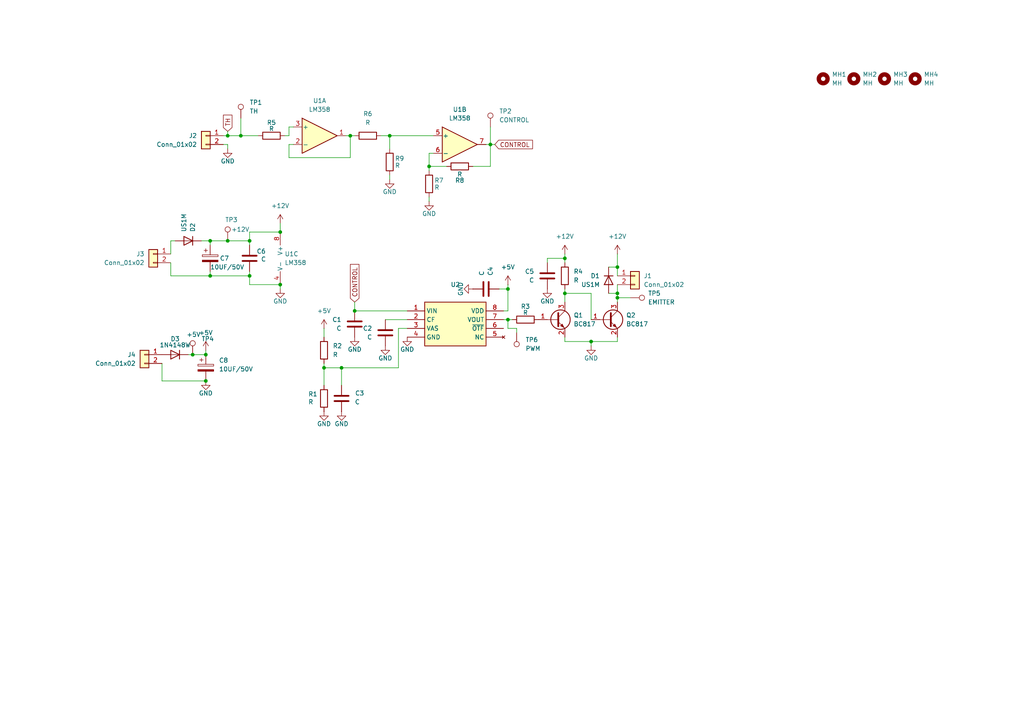
<source format=kicad_sch>
(kicad_sch (version 20250114) (generator "eeschema") (generator_version "9.0")
  (paper "A4")
  (lib_symbols
    (symbol "Amplifier_Operational:LM358" (pin_names (offset 0.127))
      (property "Reference" "U" (at 0 5.08 0))
      (property "Value" "LM358" (at 0 -5.08 0))
      (symbol "LM358_1_1"
        (polyline (pts (xy -5.08 5.08) (xy 5.08 0) (xy -5.08 -5.08) (xy -5.08 5.08)) (stroke (width 0.254)) (fill (type background)))
        (pin input line (at -7.62 2.54 0) (length 2.54) (name "+") (number "3"))
        (pin input line (at -7.62 -2.54 0) (length 2.54) (name "-") (number "2"))
        (pin output line (at 7.62 0 180) (length 2.54) (name "~") (number "1"))
      )
      (symbol "LM358_2_1"
        (polyline (pts (xy -5.08 5.08) (xy 5.08 0) (xy -5.08 -5.08) (xy -5.08 5.08)) (stroke (width 0.254)) (fill (type background)))
        (pin input line (at -7.62 2.54 0) (length 2.54) (name "+") (number "5"))
        (pin input line (at -7.62 -2.54 0) (length 2.54) (name "-") (number "6"))
        (pin output line (at 7.62 0 180) (length 2.54) (name "~") (number "7"))
      )
      (symbol "LM358_3_1"
        (pin power_in line (at -2.54 7.62 270) (length 3.81) (name "V+") (number "8"))
        (pin power_in line (at -2.54 -7.62 90) (length 3.81) (name "V-") (number "4"))
      )
    )
    (symbol "Connector:TestPoint" (pin_numbers (hide yes)) (pin_names (offset 0.762) (hide yes))
      (property "Reference" "TP" (at 0 6.858 0))
      (property "Value" "TestPoint" (at 0 5.08 0))
      (symbol "TestPoint_0_1"
        (circle (center 0 3.302) (radius 0.762))
      )
      (symbol "TestPoint_1_1"
        (pin passive line (at 0 0 90) (length 2.54) (name "1") (number "1"))
      )
    )
    (symbol "Connector_Generic:Conn_01x02" (pin_names (offset 1.016) (hide yes))
      (property "Reference" "J" (at 0 2.54 0))
      (property "Value" "Conn_01x02" (at 0 -5.08 0))
      (symbol "Conn_01x02_1_1"
        (rectangle (start -1.27 1.27) (end 1.27 -3.81) (stroke (width 0.254)) (fill (type background)))
        (rectangle (start -1.27 0.127) (end 0 -0.127) (stroke (width 0.1524)))
        (rectangle (start -1.27 -2.413) (end 0 -2.667) (stroke (width 0.1524)))
        (pin passive line (at -5.08 0 0) (length 3.81) (name "Pin_1") (number "1"))
        (pin passive line (at -5.08 -2.54 0) (length 3.81) (name "Pin_2") (number "2"))
      )
    )
    (symbol "Device:C" (pin_numbers (hide yes)) (pin_names (offset 0.254))
      (property "Reference" "C" (at 0.635 2.54 0))
      (property "Value" "C" (at 0.635 -2.54 0))
      (symbol "C_0_1"
        (polyline (pts (xy -2.032 0.762) (xy 2.032 0.762)) (stroke (width 0.508)))
        (polyline (pts (xy -2.032 -0.762) (xy 2.032 -0.762)) (stroke (width 0.508)))
      )
      (symbol "C_1_1"
        (pin passive line (at 0 3.81 270) (length 2.794) (name "~") (number "1"))
        (pin passive line (at 0 -3.81 90) (length 2.794) (name "~") (number "2"))
      )
    )
    (symbol "Device:C_Polarized" (pin_numbers (hide yes)) (pin_names (offset 0.254))
      (property "Reference" "C" (at 0.635 2.54 0))
      (property "Value" "C_Polarized" (at 0.635 -2.54 0))
      (symbol "C_Polarized_0_1"
        (rectangle (start -2.286 0.508) (end 2.286 1.016))
        (polyline (pts (xy -1.778 2.286) (xy -0.762 2.286)))
        (polyline (pts (xy -1.27 2.794) (xy -1.27 1.778)))
        (rectangle (start 2.286 -0.508) (end -2.286 -1.016) (fill (type outline)))
      )
      (symbol "C_Polarized_1_1"
        (pin passive line (at 0 3.81 270) (length 2.794) (name "~") (number "1"))
        (pin passive line (at 0 -3.81 90) (length 2.794) (name "~") (number "2"))
      )
    )
    (symbol "Device:R" (pin_numbers (hide yes)) (pin_names (offset 0))
      (property "Reference" "R" (at 2.032 0 90))
      (property "Value" "R" (at 0 0 90))
      (symbol "R_0_1"
        (rectangle (start -1.016 -2.54) (end 1.016 2.54) (stroke (width 0.254)))
      )
      (symbol "R_1_1"
        (pin passive line (at 0 3.81 270) (length 1.27) (name "~") (number "1"))
        (pin passive line (at 0 -3.81 90) (length 1.27) (name "~") (number "2"))
      )
    )
    (symbol "Diode:1N4148W" (pin_numbers (hide yes)) (pin_names (hide yes))
      (property "Reference" "D" (at 0 2.54 0))
      (property "Value" "1N4148W" (at 0 -2.54 0))
      (symbol "1N4148W_0_1"
        (polyline (pts (xy -1.27 1.27) (xy -1.27 -1.27)) (stroke (width 0.254)))
        (polyline (pts (xy 1.27 1.27) (xy 1.27 -1.27) (xy -1.27 0) (xy 1.27 1.27)) (stroke (width 0.254)))
        (polyline (pts (xy 1.27 0) (xy -1.27 0)))
      )
      (symbol "1N4148W_1_1"
        (pin passive line (at -3.81 0 0) (length 2.54) (name "K") (number "1"))
        (pin passive line (at 3.81 0 180) (length 2.54) (name "A") (number "2"))
      )
    )
    (symbol "Diode:US1M" (pin_numbers (hide yes)) (pin_names (hide yes))
      (property "Reference" "D" (at 0 2.54 0))
      (property "Value" "US1M" (at 0 -2.54 0))
      (symbol "US1M_0_1"
        (polyline (pts (xy -1.27 1.27) (xy -1.27 -1.27)) (stroke (width 0.254)))
        (polyline (pts (xy 1.27 1.27) (xy 1.27 -1.27) (xy -1.27 0) (xy 1.27 1.27)) (stroke (width 0.254)))
        (polyline (pts (xy 1.27 0) (xy -1.27 0)))
      )
      (symbol "US1M_1_1"
        (pin passive line (at -3.81 0 0) (length 2.54) (name "K") (number "1"))
        (pin passive line (at 3.81 0 180) (length 2.54) (name "A") (number "2"))
      )
    )
    (symbol "Mechanical:MountingHole" (pin_names (offset 1.016)) (in_bom no)
      (property "Reference" "H" (at 0 5.08 0))
      (property "Value" "MountingHole" (at 0 3.175 0))
      (symbol "MountingHole_0_1"
        (circle (center 0 0) (radius 1.27) (stroke (width 1.27)))
      )
    )
    (symbol "RUPESH:TC648BEOA"
      (property "Reference" "IC" (at 24.13 7.62 0))
      (property "Value" "TC648BEOA" (at 24.13 5.08 0))
      (symbol "TC648BEOA_1_1"
        (rectangle (start 5.08 2.54) (end 22.86 -10.16) (stroke (width 0.254)) (fill (type background)))
        (pin passive line (at 0 0 0) (length 5.08) (name "VIN") (number "1"))
        (pin passive line (at 0 -2.54 0) (length 5.08) (name "CF") (number "2"))
        (pin passive line (at 0 -5.08 0) (length 5.08) (name "VAS") (number "3"))
        (pin passive line (at 0 -7.62 0) (length 5.08) (name "GND") (number "4"))
        (pin passive line (at 27.94 0 180) (length 5.08) (name "VDD") (number "8"))
        (pin passive line (at 27.94 -2.54 180) (length 5.08) (name "VOUT") (number "7"))
        (pin passive line (at 27.94 -5.08 180) (length 5.08) (name "~{OTF}") (number "6"))
        (pin no_connect line (at 27.94 -7.62 180) (length 5.08) (name "NC") (number "5"))
      )
    )
    (symbol "Transistor_BJT:BC817" (pin_names (offset 0) (hide yes))
      (property "Reference" "Q" (at 5.08 1.905 0))
      (property "Value" "BC817" (at 5.08 0 0))
      (symbol "BC817_0_1"
        (polyline (pts (xy -2.54 0) (xy 0.635 0)))
        (polyline (pts (xy 0.635 1.905) (xy 0.635 -1.905)) (stroke (width 0.508)))
        (circle (center 1.27 0) (radius 2.8194) (stroke (width 0.254)))
      )
      (symbol "BC817_1_1"
        (polyline (pts (xy 0.635 0.635) (xy 2.54 2.54)))
        (polyline (pts (xy 0.635 -0.635) (xy 2.54 -2.54)))
        (polyline (pts (xy 1.27 -1.778) (xy 1.778 -1.27) (xy 2.286 -2.286) (xy 1.27 -1.778)) (fill (type outline)))
        (pin input line (at -5.08 0 0) (length 2.54) (name "B") (number "1"))
        (pin passive line (at 2.54 5.08 270) (length 2.54) (name "C") (number "3"))
        (pin passive line (at 2.54 -5.08 90) (length 2.54) (name "E") (number "2"))
      )
    )
    (symbol "power:+12V" (power) (pin_numbers (hide yes)) (pin_names (offset 0) (hide yes))
      (property "Value" "+12V" (at 0 3.556 0))
      (symbol "+12V_0_1"
        (polyline (pts (xy -0.762 1.27) (xy 0 2.54)))
        (polyline (pts (xy 0 2.54) (xy 0.762 1.27)))
        (polyline (pts (xy 0 0) (xy 0 2.54)))
      )
      (symbol "+12V_1_1"
        (pin power_in line (at 0 0 90) (length 0) (name "~") (number "1"))
      )
    )
    (symbol "power:+5V" (power) (pin_numbers (hide yes)) (pin_names (offset 0) (hide yes))
      (property "Value" "+5V" (at 0 3.556 0))
      (symbol "+5V_0_1"
        (polyline (pts (xy -0.762 1.27) (xy 0 2.54)))
        (polyline (pts (xy 0 2.54) (xy 0.762 1.27)))
        (polyline (pts (xy 0 0) (xy 0 2.54)))
      )
      (symbol "+5V_1_1"
        (pin power_in line (at 0 0 90) (length 0) (name "~") (number "1"))
      )
    )
    (symbol "power:GND" (power) (pin_numbers (hide yes)) (pin_names (offset 0) (hide yes))
      (property "Value" "GND" (at 0 -3.81 0))
      (symbol "GND_0_1"
        (polyline (pts (xy 0 0) (xy 0 -1.27) (xy 1.27 -1.27) (xy 0 -2.54) (xy -1.27 -1.27) (xy 0 -1.27)))
      )
      (symbol "GND_1_1"
        (pin power_in line (at 0 0 270) (length 0) (name "~") (number "1"))
      )
    )
  )
  (junction (at 171.45 99.06))
  (junction (at 59.69 102.87))
  (junction (at 113.03 39.37))
  (junction (at 81.28 67.31))
  (junction (at 72.39 69.85))
  (junction (at 72.39 80.01))
  (junction (at 66.04 39.37))
  (junction (at 142.24 41.91))
  (junction (at 163.83 85.09))
  (junction (at 147.32 92.71))
  (junction (at 81.28 82.55))
  (junction (at 179.07 86.36))
  (junction (at 179.07 85.09))
  (junction (at 179.07 77.47))
  (junction (at 60.96 80.01))
  (junction (at 60.96 69.85))
  (junction (at 69.85 39.37))
  (junction (at 147.32 83.82))
  (junction (at 163.83 74.93))
  (junction (at 101.6 39.37))
  (junction (at 93.98 106.68))
  (junction (at 55.88 102.87))
  (junction (at 99.06 106.68))
  (junction (at 66.04 69.85))
  (junction (at 59.69 110.49))
  (junction (at 124.46 48.26))
  (junction (at 102.87 90.17))
  (wire (pts (xy 46.99 105.41) (xy 46.99 110.49)))
  (wire (pts (xy 179.07 77.47) (xy 179.07 80.01)))
  (wire (pts (xy 99.06 106.68) (xy 93.98 106.68)))
  (wire (pts (xy 115.57 95.25) (xy 115.57 106.68)))
  (wire (pts (xy 149.86 96.52) (xy 149.86 95.25)))
  (wire (pts (xy 66.04 41.91) (xy 64.77 41.91)))
  (wire (pts (xy 176.53 85.09) (xy 179.07 85.09)))
  (wire (pts (xy 66.04 43.18) (xy 66.04 41.91)))
  (wire (pts (xy 179.07 86.36) (xy 179.07 87.63)))
  (wire (pts (xy 60.96 69.85) (xy 58.42 69.85)))
  (wire (pts (xy 158.75 74.93) (xy 158.75 76.2)))
  (wire (pts (xy 49.53 76.2) (xy 49.53 80.01)))
  (wire (pts (xy 147.32 82.55) (xy 147.32 83.82)))
  (wire (pts (xy 148.59 92.71) (xy 147.32 92.71)))
  (wire (pts (xy 85.09 41.91) (xy 83.82 41.91)))
  (wire (pts (xy 72.39 71.12) (xy 72.39 69.85)))
  (wire (pts (xy 144.78 83.82) (xy 147.32 83.82)))
  (wire (pts (xy 171.45 99.06) (xy 163.83 99.06)))
  (wire (pts (xy 60.96 71.12) (xy 60.96 69.85)))
  (wire (pts (xy 101.6 45.72) (xy 101.6 39.37)))
  (wire (pts (xy 124.46 48.26) (xy 124.46 49.53)))
  (wire (pts (xy 113.03 43.18) (xy 113.03 39.37)))
  (wire (pts (xy 64.77 39.37) (xy 66.04 39.37)))
  (wire (pts (xy 124.46 44.45) (xy 125.73 44.45)))
  (wire (pts (xy 163.83 73.66) (xy 163.83 74.93)))
  (wire (pts (xy 142.24 41.91) (xy 140.97 41.91)))
  (wire (pts (xy 93.98 106.68) (xy 93.98 111.76)))
  (wire (pts (xy 66.04 39.37) (xy 69.85 39.37)))
  (wire (pts (xy 69.85 34.29) (xy 69.85 39.37)))
  (wire (pts (xy 102.87 90.17) (xy 118.11 90.17)))
  (wire (pts (xy 129.54 48.26) (xy 124.46 48.26)))
  (wire (pts (xy 49.53 73.66) (xy 49.53 69.85)))
  (wire (pts (xy 124.46 58.42) (xy 124.46 57.15)))
  (wire (pts (xy 147.32 92.71) (xy 146.05 92.71)))
  (wire (pts (xy 179.07 82.55) (xy 179.07 85.09)))
  (wire (pts (xy 142.24 48.26) (xy 142.24 41.91)))
  (wire (pts (xy 182.88 86.36) (xy 179.07 86.36)))
  (wire (pts (xy 72.39 78.74) (xy 72.39 80.01)))
  (wire (pts (xy 147.32 92.71) (xy 147.32 95.25)))
  (wire (pts (xy 149.86 95.25) (xy 147.32 95.25)))
  (wire (pts (xy 83.82 45.72) (xy 101.6 45.72)))
  (wire (pts (xy 83.82 36.83) (xy 85.09 36.83)))
  (wire (pts (xy 72.39 67.31) (xy 81.28 67.31)))
  (wire (pts (xy 171.45 85.09) (xy 163.83 85.09)))
  (wire (pts (xy 163.83 74.93) (xy 163.83 76.2)))
  (wire (pts (xy 179.07 99.06) (xy 179.07 97.79)))
  (wire (pts (xy 147.32 90.17) (xy 146.05 90.17)))
  (wire (pts (xy 142.24 36.83) (xy 142.24 41.91)))
  (wire (pts (xy 83.82 41.91) (xy 83.82 45.72)))
  (wire (pts (xy 102.87 87.63) (xy 102.87 90.17)))
  (wire (pts (xy 99.06 111.76) (xy 99.06 106.68)))
  (wire (pts (xy 60.96 80.01) (xy 72.39 80.01)))
  (wire (pts (xy 171.45 100.33) (xy 171.45 99.06)))
  (wire (pts (xy 163.83 83.82) (xy 163.83 85.09)))
  (wire (pts (xy 60.96 69.85) (xy 66.04 69.85)))
  (wire (pts (xy 179.07 99.06) (xy 171.45 99.06)))
  (wire (pts (xy 60.96 78.74) (xy 60.96 80.01)))
  (wire (pts (xy 111.76 92.71) (xy 118.11 92.71)))
  (wire (pts (xy 66.04 38.1) (xy 66.04 39.37)))
  (wire (pts (xy 83.82 39.37) (xy 83.82 36.83)))
  (wire (pts (xy 137.16 48.26) (xy 142.24 48.26)))
  (wire (pts (xy 158.75 74.93) (xy 163.83 74.93)))
  (wire (pts (xy 176.53 77.47) (xy 179.07 77.47)))
  (wire (pts (xy 59.69 102.87) (xy 55.88 102.87)))
  (wire (pts (xy 72.39 82.55) (xy 72.39 80.01)))
  (wire (pts (xy 72.39 67.31) (xy 72.39 69.85)))
  (wire (pts (xy 179.07 73.66) (xy 179.07 77.47)))
  (wire (pts (xy 49.53 69.85) (xy 50.8 69.85)))
  (wire (pts (xy 143.51 41.91) (xy 142.24 41.91)))
  (wire (pts (xy 179.07 85.09) (xy 179.07 86.36)))
  (wire (pts (xy 49.53 80.01) (xy 60.96 80.01)))
  (wire (pts (xy 115.57 106.68) (xy 99.06 106.68)))
  (wire (pts (xy 113.03 39.37) (xy 125.73 39.37)))
  (wire (pts (xy 101.6 39.37) (xy 100.33 39.37)))
  (wire (pts (xy 55.88 102.87) (xy 54.61 102.87)))
  (wire (pts (xy 102.87 39.37) (xy 101.6 39.37)))
  (wire (pts (xy 81.28 83.82) (xy 81.28 82.55)))
  (wire (pts (xy 81.28 64.77) (xy 81.28 67.31)))
  (wire (pts (xy 93.98 105.41) (xy 93.98 106.68)))
  (wire (pts (xy 147.32 83.82) (xy 147.32 90.17)))
  (wire (pts (xy 124.46 48.26) (xy 124.46 44.45)))
  (wire (pts (xy 163.83 99.06) (xy 163.83 97.79)))
  (wire (pts (xy 59.69 101.6) (xy 59.69 102.87)))
  (wire (pts (xy 46.99 110.49) (xy 59.69 110.49)))
  (wire (pts (xy 118.11 95.25) (xy 115.57 95.25)))
  (wire (pts (xy 66.04 69.85) (xy 72.39 69.85)))
  (wire (pts (xy 72.39 82.55) (xy 81.28 82.55)))
  (wire (pts (xy 93.98 95.25) (xy 93.98 97.79)))
  (wire (pts (xy 82.55 39.37) (xy 83.82 39.37)))
  (wire (pts (xy 163.83 85.09) (xy 163.83 87.63)))
  (wire (pts (xy 171.45 92.71) (xy 171.45 85.09)))
  (wire (pts (xy 113.03 52.07) (xy 113.03 50.8)))
  (wire (pts (xy 69.85 39.37) (xy 74.93 39.37)))
  (wire (pts (xy 110.49 39.37) (xy 113.03 39.37)))
  (global_label "CONTROL" (shape input) (at 143.51 41.91 0) (property "Intersheetrefs" "${INTERSHEET_REFS}" (effects (hide yes))))
  (global_label "TH" (shape input) (at 66.04 38.1 90) (property "Intersheetrefs" "${INTERSHEET_REFS}" (effects (hide yes))))
  (global_label "CONTROL" (shape input) (at 102.87 87.63 90) (property "Intersheetrefs" "${INTERSHEET_REFS}" (effects (hide yes))))
  (symbol (lib_id "power:GND") (at 59.69 110.49 0) (mirror y) (unit 1)
    (property "Reference" "#PWR017" (effects (hide yes)))
    (property "Value" "GND" (at 59.69 114.046 0))
    (property "Description" "Power symbol creates a global label with name \"GND\" , ground" (effects (hide yes)))
  )
  (symbol (lib_id "Amplifier_Operational:LM358") (at 133.35 41.91 0) (unit 2)
    (property "Reference" "U1" (at 133.35 31.75 0))
    (property "Value" "LM358" (at 133.35 34.29 0))
    (property "Footprint" "Package_SO:SOIC-8_3.9x4.9mm_P1.27mm" (effects (hide yes)))
    (property "Datasheet" "http://www.ti.com/lit/ds/symlink/lm2904-n.pdf" (effects (hide yes)))
    (property "Description" "Low-Power, Dual Operational Amplifiers, DIP-8/SOIC-8/TO-99-8" (effects (hide yes)))
  )
  (symbol (lib_id "Connector:TestPoint") (at 142.24 36.83 0) (unit 1)
    (property "Reference" "TP2" (at 144.78 32.2579 0) (effects (justify left)))
    (property "Value" "CONTROL" (at 144.78 34.7979 0) (effects (justify left)))
    (property "Footprint" "TestPoint:TestPoint_Pad_D3.0mm" (effects (hide yes)))
    (property "Description" "test point" (effects (hide yes)))
  )
  (symbol (lib_id "Mechanical:MountingHole") (at 265.43 22.86 0) (unit 1)
    (property "Reference" "MH4" (at 267.97 21.5899 0) (effects (justify left)))
    (property "Value" "MH" (at 267.97 24.1299 0) (effects (justify left)))
    (property "Footprint" "MountingHole:MountingHole_3.5mm_Pad_Via" (effects (hide yes)))
    (property "Description" "Mounting Hole without connection" (effects (hide yes)))
  )
  (symbol (lib_id "Mechanical:MountingHole") (at 247.65 22.86 0) (unit 1)
    (property "Reference" "MH2" (at 250.19 21.5899 0) (effects (justify left)))
    (property "Value" "MH" (at 250.19 24.1299 0) (effects (justify left)))
    (property "Footprint" "MountingHole:MountingHole_3.5mm_Pad_Via" (effects (hide yes)))
    (property "Description" "Mounting Hole without connection" (effects (hide yes)))
  )
  (symbol (lib_id "Connector:TestPoint") (at 182.88 86.36 270) (unit 1)
    (property "Reference" "TP5" (at 187.96 85.0899 90) (effects (justify left)))
    (property "Value" "EMITTER" (at 187.96 87.6299 90) (effects (justify left)))
    (property "Footprint" "TestPoint:TestPoint_Pad_D3.0mm" (effects (hide yes)))
    (property "Description" "test point" (effects (hide yes)))
  )
  (symbol (lib_id "Device:C") (at 99.06 115.57 0) (mirror y) (unit 1)
    (property "Reference" "C3" (at 105.664 114.046 0) (effects (justify left)))
    (property "Value" "C" (at 104.394 116.586 0) (effects (justify left)))
    (property "Footprint" "Capacitor_SMD:C_0603_1608Metric_Pad1.08x0.95mm_HandSolder" (effects (hide yes)))
    (property "Description" "Unpolarized capacitor" (effects (hide yes)))
  )
  (symbol (lib_id "Device:R") (at 78.74 39.37 90) (unit 1)
    (property "Reference" "R5" (at 78.74 35.56 90))
    (property "Value" "R" (at 78.74 37.338 90))
    (property "Footprint" "Resistor_SMD:R_0603_1608Metric_Pad0.98x0.95mm_HandSolder" (effects (hide yes)))
    (property "Description" "Resistor" (effects (hide yes)))
  )
  (symbol (lib_id "Connector_Generic:Conn_01x02") (at 184.15 80.01 0) (unit 1)
    (property "Reference" "J1" (at 186.69 80.0099 0) (effects (justify left)))
    (property "Value" "Conn_01x02" (at 186.69 82.5499 0) (effects (justify left)))
    (property "Footprint" "Connector_Molex:Molex_KK-254_AE-6410-02A_1x02_P2.54mm_Vertical" (effects (hide yes)))
    (property "Description" "Generic connector, single row, 01x02, script generated (kicad-library-utils/schlib/autogen/connector/)" (effects (hide yes)))
  )
  (symbol (lib_id "power:GND") (at 137.16 83.82 270) (mirror x) (unit 1)
    (property "Reference" "#PWR011" (effects (hide yes)))
    (property "Value" "GND" (at 133.604 83.82 0))
    (property "Description" "Power symbol creates a global label with name \"GND\" , ground" (effects (hide yes)))
  )
  (symbol (lib_id "Transistor_BJT:BC817") (at 161.29 92.71 0) (unit 1)
    (property "Reference" "Q1" (at 166.37 91.4399 0) (effects (justify left)))
    (property "Value" "BC817" (at 166.37 93.9799 0) (effects (justify left)))
    (property "Footprint" "Package_TO_SOT_SMD:SOT-23" (effects (hide yes)))
    (property "Datasheet" "https://www.onsemi.com/pub/Collateral/BC818-D.pdf" (effects (hide yes)))
    (property "Description" "0.8A Ic, 45V Vce, NPN Transistor, SOT-23" (effects (hide yes)))
  )
  (symbol (lib_id "Diode:1N4148W") (at 50.8 102.87 180) (unit 1)
    (property "Reference" "D3" (at 50.8 98.298 0))
    (property "Value" "1N4148W" (at 50.8 100.076 0))
    (property "Footprint" "Diode_SMD:D_SOD-123" (effects (hide yes)))
    (property "Datasheet" "https://www.vishay.com/docs/85748/1n4148w.pdf" (effects (hide yes)))
    (property "Description" "75V 0.15A Fast Switching Diode, SOD-123" (effects (hide yes)))
    (property "Sim.Device" "D" (effects (hide yes)))
    (property "Sim.Pins" "1=K 2=A" (effects (hide yes)))
  )
  (symbol (lib_id "Diode:US1M") (at 176.53 81.28 90) (mirror x) (unit 1)
    (property "Reference" "D1" (at 173.99 80.0099 90) (effects (justify left)))
    (property "Value" "US1M" (at 173.99 82.5499 90) (effects (justify left)))
    (property "Footprint" "Diode_SMD:D_SMA" (effects (hide yes)))
    (property "Datasheet" "https://www.diodes.com/assets/Datasheets/ds16008.pdf" (effects (hide yes)))
    (property "Description" "1000V, 1A, General Purpose Rectifier Diode, SMA(DO-214AC)" (effects (hide yes)))
    (property "Sim.Device" "D" (effects (hide yes)))
    (property "Sim.Pins" "1=K 2=A" (effects (hide yes)))
  )
  (symbol (lib_id "power:+5V") (at 147.32 82.55 0) (mirror y) (unit 1)
    (property "Reference" "#PWR06" (effects (hide yes)))
    (property "Value" "+5V" (at 147.32 77.47 0))
    (property "Description" "Power symbol creates a global label with name \"+5V\"" (effects (hide yes)))
  )
  (symbol (lib_id "power:+12V") (at 179.07 73.66 0) (unit 1)
    (property "Reference" "#PWR08" (effects (hide yes)))
    (property "Value" "+12V" (at 179.07 68.58 0))
    (property "Description" "Power symbol creates a global label with name \"+12V\"" (effects (hide yes)))
  )
  (symbol (lib_id "Connector:TestPoint") (at 69.85 34.29 0) (unit 1)
    (property "Reference" "TP1" (at 72.39 29.7179 0) (effects (justify left)))
    (property "Value" "TH" (at 72.39 32.2579 0) (effects (justify left)))
    (property "Footprint" "TestPoint:TestPoint_Pad_D3.0mm" (effects (hide yes)))
    (property "Description" "test point" (effects (hide yes)))
  )
  (symbol (lib_id "power:GND") (at 93.98 119.38 0) (mirror y) (unit 1)
    (property "Reference" "#PWR02" (effects (hide yes)))
    (property "Value" "GND" (at 93.98 122.936 0))
    (property "Description" "Power symbol creates a global label with name \"GND\" , ground" (effects (hide yes)))
  )
  (symbol (lib_id "Device:C") (at 158.75 80.01 0) (mirror y) (unit 1)
    (property "Reference" "C5" (at 154.94 78.7399 0) (effects (justify left)))
    (property "Value" "C" (at 154.94 81.2799 0) (effects (justify left)))
    (property "Footprint" "Capacitor_SMD:C_0603_1608Metric_Pad1.08x0.95mm_HandSolder" (effects (hide yes)))
    (property "Description" "Unpolarized capacitor" (effects (hide yes)))
  )
  (symbol (lib_id "Device:C_Polarized") (at 60.96 74.93 0) (unit 1)
    (property "Reference" "C7" (at 63.754 74.93 0) (effects (justify left)))
    (property "Value" "10UF/50V" (at 60.96 77.47 0) (effects (justify left)))
    (property "Footprint" "Capacitor_THT:CP_Radial_D5.0mm_P2.00mm" (effects (hide yes)))
    (property "Description" "Polarized capacitor" (effects (hide yes)))
  )
  (symbol (lib_id "Device:R") (at 163.83 80.01 180) (unit 1)
    (property "Reference" "R4" (at 166.37 78.7399 0) (effects (justify right)))
    (property "Value" "R" (at 166.37 81.2799 0) (effects (justify right)))
    (property "Footprint" "Resistor_SMD:R_0603_1608Metric_Pad0.98x0.95mm_HandSolder" (effects (hide yes)))
    (property "Description" "Resistor" (effects (hide yes)))
  )
  (symbol (lib_id "power:GND") (at 111.76 100.33 0) (mirror y) (unit 1)
    (property "Reference" "#PWR03" (effects (hide yes)))
    (property "Value" "GND" (at 111.76 103.886 0))
    (property "Description" "Power symbol creates a global label with name \"GND\" , ground" (effects (hide yes)))
  )
  (symbol (lib_id "power:+12V") (at 81.28 64.77 0) (unit 1)
    (property "Reference" "#PWR016" (effects (hide yes)))
    (property "Value" "+12V" (at 81.28 59.69 0))
    (property "Description" "Power symbol creates a global label with name \"+12V\"" (effects (hide yes)))
  )
  (symbol (lib_id "Connector_Generic:Conn_01x02") (at 59.69 39.37 0) (mirror y) (unit 1)
    (property "Reference" "J2" (at 57.15 39.3699 0) (effects (justify left)))
    (property "Value" "Conn_01x02" (at 57.15 41.9099 0) (effects (justify left)))
    (property "Footprint" "Connector_Molex:Molex_KK-254_AE-6410-02A_1x02_P2.54mm_Vertical" (effects (hide yes)))
    (property "Description" "Generic connector, single row, 01x02, script generated (kicad-library-utils/schlib/autogen/connector/)" (effects (hide yes)))
  )
  (symbol (lib_id "power:+12V") (at 163.83 73.66 0) (unit 1)
    (property "Reference" "#PWR07" (effects (hide yes)))
    (property "Value" "+12V" (at 163.83 68.58 0))
    (property "Description" "Power symbol creates a global label with name \"+12V\"" (effects (hide yes)))
  )
  (symbol (lib_id "Device:R") (at 93.98 101.6 0) (unit 1)
    (property "Reference" "R2" (at 96.52 100.3299 0) (effects (justify left)))
    (property "Value" "R" (at 96.52 102.8699 0) (effects (justify left)))
    (property "Footprint" "Resistor_SMD:R_0603_1608Metric_Pad0.98x0.95mm_HandSolder" (effects (hide yes)))
    (property "Description" "Resistor" (effects (hide yes)))
  )
  (symbol (lib_id "power:GND") (at 102.87 97.79 0) (mirror y) (unit 1)
    (property "Reference" "#PWR01" (effects (hide yes)))
    (property "Value" "GND" (at 102.87 101.346 0))
    (property "Description" "Power symbol creates a global label with name \"GND\" , ground" (effects (hide yes)))
  )
  (symbol (lib_id "Device:C") (at 111.76 96.52 0) (mirror y) (unit 1)
    (property "Reference" "C2" (at 107.95 95.2499 0) (effects (justify left)))
    (property "Value" "C" (at 107.95 97.7899 0) (effects (justify left)))
    (property "Footprint" "Capacitor_SMD:C_0603_1608Metric_Pad1.08x0.95mm_HandSolder" (effects (hide yes)))
    (property "Description" "Unpolarized capacitor" (effects (hide yes)))
  )
  (symbol (lib_id "Device:R") (at 133.35 48.26 90) (mirror x) (unit 1)
    (property "Reference" "R8" (at 133.35 52.324 90))
    (property "Value" "R" (at 133.35 50.546 90))
    (property "Footprint" "Resistor_SMD:R_0603_1608Metric_Pad0.98x0.95mm_HandSolder" (effects (hide yes)))
    (property "Description" "Resistor" (effects (hide yes)))
  )
  (symbol (lib_id "Device:C") (at 72.39 74.93 0) (unit 1)
    (property "Reference" "C6" (at 74.422 72.898 0) (effects (justify left)))
    (property "Value" "C" (at 75.692 75.184 0) (effects (justify left)))
    (property "Footprint" "Capacitor_SMD:C_1206_3216Metric_Pad1.33x1.80mm_HandSolder" (effects (hide yes)))
    (property "Description" "Unpolarized capacitor" (effects (hide yes)))
  )
  (symbol (lib_id "Device:C") (at 140.97 83.82 270) (mirror x) (unit 1)
    (property "Reference" "C4" (at 142.2401 80.01 0) (effects (justify left)))
    (property "Value" "C" (at 139.7001 80.01 0) (effects (justify left)))
    (property "Footprint" "Capacitor_SMD:C_0603_1608Metric_Pad1.08x0.95mm_HandSolder" (effects (hide yes)))
    (property "Description" "Unpolarized capacitor" (effects (hide yes)))
  )
  (symbol (lib_id "Connector:TestPoint") (at 66.04 69.85 0) (unit 1)
    (property "Reference" "TP3" (at 65.278 63.754 0) (effects (justify left)))
    (property "Value" "+12V" (at 67.056 66.548 0) (effects (justify left)))
    (property "Footprint" "TestPoint:TestPoint_Pad_D3.0mm" (effects (hide yes)))
    (property "Description" "test point" (effects (hide yes)))
  )
  (symbol (lib_id "Connector:TestPoint") (at 149.86 96.52 180) (unit 1)
    (property "Reference" "TP6" (at 152.4 98.5519 0) (effects (justify right)))
    (property "Value" "PWM" (at 152.4 101.0919 0) (effects (justify right)))
    (property "Footprint" "TestPoint:TestPoint_Pad_D3.0mm" (effects (hide yes)))
    (property "Description" "test point" (effects (hide yes)))
  )
  (symbol (lib_id "Diode:US1M") (at 54.61 69.85 0) (mirror y) (unit 1)
    (property "Reference" "D2" (at 55.8801 67.31 90) (effects (justify left)))
    (property "Value" "US1M" (at 53.3401 67.31 90) (effects (justify left)))
    (property "Footprint" "Diode_SMD:D_SMA" (effects (hide yes)))
    (property "Datasheet" "https://www.diodes.com/assets/Datasheets/ds16008.pdf" (effects (hide yes)))
    (property "Description" "1000V, 1A, General Purpose Rectifier Diode, SMA(DO-214AC)" (effects (hide yes)))
    (property "Sim.Device" "D" (effects (hide yes)))
    (property "Sim.Pins" "1=K 2=A" (effects (hide yes)))
  )
  (symbol (lib_id "RUPESH:TC648BEOA") (at 118.11 90.17 0) (unit 1)
    (property "Reference" "U2" (at 132.08 82.55 0))
    (property "Value" "TC648BEOA" (effects (hide yes)))
    (property "Footprint" "SOIC127P600X175-8N" (effects (hide yes)))
    (property "Datasheet" "https://componentsearchengine.com/Datasheets/2/TC648BEOA.pdf" (effects (hide yes)))
    (property "Description" "Microchip TC648BEOA, Fan Controller IC, 8-Pin SOIC" (effects (hide yes)))
    (property "Height" "1.75" (effects (hide yes)))
    (property "Manufacturer_Name" "Microchip" (effects (hide yes)))
    (property "Manufacturer_Part_Number" "TC648BEOA" (effects (hide yes)))
    (property "Mouser Part Number" "579-TC648BEOA" (effects (hide yes)))
    (property "Mouser Price/Stock" "https://www.mouser.co.uk/ProductDetail/Microchip-Technology/TC648BEOA?qs=cQYLKLPzRJkz0uoIeTY2ag%3D%3D" (effects (hide yes)))
    (property "Arrow Part Number" "TC648BEOA" (effects (hide yes)))
    (property "Arrow Price/Stock" "https://www.arrow.com/en/products/tc648beoa/microchip-technology?region=nac" (effects (hide yes)))
  )
  (symbol (lib_id "Device:R") (at 93.98 115.57 0) (unit 1)
    (property "Reference" "R1" (at 89.408 114.3 0) (effects (justify left)))
    (property "Value" "R" (at 89.408 116.586 0) (effects (justify left)))
    (property "Footprint" "Resistor_SMD:R_0603_1608Metric_Pad0.98x0.95mm_HandSolder" (effects (hide yes)))
    (property "Description" "Resistor" (effects (hide yes)))
  )
  (symbol (lib_id "Connector_Generic:Conn_01x02") (at 41.91 102.87 0) (mirror y) (unit 1)
    (property "Reference" "J4" (at 39.37 102.8699 0) (effects (justify left)))
    (property "Value" "Conn_01x02" (at 39.37 105.4099 0) (effects (justify left)))
    (property "Footprint" "Connector_Molex:Molex_KK-254_AE-6410-02A_1x02_P2.54mm_Vertical" (effects (hide yes)))
    (property "Description" "Generic connector, single row, 01x02, script generated (kicad-library-utils/schlib/autogen/connector/)" (effects (hide yes)))
  )
  (symbol (lib_id "power:GND") (at 171.45 100.33 0) (mirror y) (unit 1)
    (property "Reference" "#PWR09" (effects (hide yes)))
    (property "Value" "GND" (at 171.45 103.886 0))
    (property "Description" "Power symbol creates a global label with name \"GND\" , ground" (effects (hide yes)))
  )
  (symbol (lib_id "Device:R") (at 113.03 46.99 0) (unit 1)
    (property "Reference" "R9" (at 114.554 45.974 0) (effects (justify left)))
    (property "Value" "R" (at 114.554 48.006 0) (effects (justify left)))
    (property "Footprint" "Resistor_SMD:R_0603_1608Metric_Pad0.98x0.95mm_HandSolder" (effects (hide yes)))
    (property "Description" "Resistor" (effects (hide yes)))
  )
  (symbol (lib_id "power:GND") (at 158.75 83.82 0) (mirror y) (unit 1)
    (property "Reference" "#PWR012" (effects (hide yes)))
    (property "Value" "GND" (at 158.75 87.376 0))
    (property "Description" "Power symbol creates a global label with name \"GND\" , ground" (effects (hide yes)))
  )
  (symbol (lib_id "Device:R") (at 124.46 53.34 0) (unit 1)
    (property "Reference" "R7" (at 125.984 52.324 0) (effects (justify left)))
    (property "Value" "R" (at 125.984 54.356 0) (effects (justify left)))
    (property "Footprint" "Resistor_SMD:R_0603_1608Metric_Pad0.98x0.95mm_HandSolder" (effects (hide yes)))
    (property "Description" "Resistor" (effects (hide yes)))
  )
  (symbol (lib_id "power:GND") (at 66.04 43.18 0) (mirror y) (unit 1)
    (property "Reference" "#PWR013" (effects (hide yes)))
    (property "Value" "GND" (at 66.04 46.736 0))
    (property "Description" "Power symbol creates a global label with name \"GND\" , ground" (effects (hide yes)))
  )
  (symbol (lib_id "power:GND") (at 81.28 83.82 0) (mirror y) (unit 1)
    (property "Reference" "#PWR018" (effects (hide yes)))
    (property "Value" "GND" (at 81.28 87.376 0))
    (property "Description" "Power symbol creates a global label with name \"GND\" , ground" (effects (hide yes)))
  )
  (symbol (lib_id "Connector_Generic:Conn_01x02") (at 44.45 73.66 0) (mirror y) (unit 1)
    (property "Reference" "J3" (at 41.91 73.6599 0) (effects (justify left)))
    (property "Value" "Conn_01x02" (at 41.91 76.1999 0) (effects (justify left)))
    (property "Footprint" "Connector_Molex:Molex_KK-254_AE-6410-02A_1x02_P2.54mm_Vertical" (effects (hide yes)))
    (property "Description" "Generic connector, single row, 01x02, script generated (kicad-library-utils/schlib/autogen/connector/)" (effects (hide yes)))
  )
  (symbol (lib_id "Device:R") (at 106.68 39.37 90) (unit 1)
    (property "Reference" "R6" (at 106.68 33.02 90))
    (property "Value" "R" (at 106.68 35.56 90))
    (property "Footprint" "Resistor_SMD:R_0603_1608Metric_Pad0.98x0.95mm_HandSolder" (effects (hide yes)))
    (property "Description" "Resistor" (effects (hide yes)))
  )
  (symbol (lib_id "power:GND") (at 113.03 52.07 0) (mirror y) (unit 1)
    (property "Reference" "#PWR019" (effects (hide yes)))
    (property "Value" "GND" (at 113.03 55.626 0))
    (property "Description" "Power symbol creates a global label with name \"GND\" , ground" (effects (hide yes)))
  )
  (symbol (lib_id "Device:C_Polarized") (at 59.69 106.68 0) (unit 1)
    (property "Reference" "C8" (at 63.5 104.5209 0) (effects (justify left)))
    (property "Value" "10UF/50V" (at 63.5 107.0609 0) (effects (justify left)))
    (property "Footprint" "Capacitor_THT:CP_Radial_D5.0mm_P2.00mm" (effects (hide yes)))
    (property "Description" "Polarized capacitor" (effects (hide yes)))
  )
  (symbol (lib_id "Device:R") (at 152.4 92.71 90) (unit 1)
    (property "Reference" "R3" (at 152.4 88.9 90))
    (property "Value" "R" (at 152.4 90.678 90))
    (property "Footprint" "Resistor_SMD:R_0603_1608Metric_Pad0.98x0.95mm_HandSolder" (effects (hide yes)))
    (property "Description" "Resistor" (effects (hide yes)))
  )
  (symbol (lib_id "Device:C") (at 102.87 93.98 0) (mirror y) (unit 1)
    (property "Reference" "C1" (at 99.06 92.7099 0) (effects (justify left)))
    (property "Value" "C" (at 99.06 95.2499 0) (effects (justify left)))
    (property "Footprint" "Capacitor_SMD:C_0603_1608Metric_Pad1.08x0.95mm_HandSolder" (effects (hide yes)))
    (property "Description" "Unpolarized capacitor" (effects (hide yes)))
  )
  (symbol (lib_id "Amplifier_Operational:LM358") (at 83.82 74.93 0) (unit 3)
    (property "Reference" "U1" (at 82.55 73.6599 0) (effects (justify left)))
    (property "Value" "LM358" (at 82.55 76.1999 0) (effects (justify left)))
    (property "Footprint" "Package_SO:SOIC-8_3.9x4.9mm_P1.27mm" (effects (hide yes)))
    (property "Datasheet" "http://www.ti.com/lit/ds/symlink/lm2904-n.pdf" (effects (hide yes)))
    (property "Description" "Low-Power, Dual Operational Amplifiers, DIP-8/SOIC-8/TO-99-8" (effects (hide yes)))
  )
  (symbol (lib_id "Amplifier_Operational:LM358") (at 92.71 39.37 0) (unit 1)
    (property "Reference" "U1" (at 92.71 29.21 0))
    (property "Value" "LM358" (at 92.71 31.75 0))
    (property "Footprint" "Package_SO:SOIC-8_3.9x4.9mm_P1.27mm" (effects (hide yes)))
    (property "Datasheet" "http://www.ti.com/lit/ds/symlink/lm2904-n.pdf" (effects (hide yes)))
    (property "Description" "Low-Power, Dual Operational Amplifiers, DIP-8/SOIC-8/TO-99-8" (effects (hide yes)))
  )
  (symbol (lib_id "power:GND") (at 118.11 97.79 0) (mirror y) (unit 1)
    (property "Reference" "#PWR04" (effects (hide yes)))
    (property "Value" "GND" (at 118.11 101.346 0))
    (property "Description" "Power symbol creates a global label with name \"GND\" , ground" (effects (hide yes)))
  )
  (symbol (lib_id "Mechanical:MountingHole") (at 238.76 22.86 0) (unit 1)
    (property "Reference" "MH1" (at 241.3 21.5899 0) (effects (justify left)))
    (property "Value" "MH" (at 241.3 24.1299 0) (effects (justify left)))
    (property "Footprint" "MountingHole:MountingHole_3.5mm_Pad_Via" (effects (hide yes)))
    (property "Description" "Mounting Hole without connection" (effects (hide yes)))
  )
  (symbol (lib_id "Connector:TestPoint") (at 55.88 102.87 0) (unit 1)
    (property "Reference" "TP4" (at 58.42 98.2979 0) (effects (justify left)))
    (property "Value" "+5V" (at 54.102 97.028 0) (effects (justify left)))
    (property "Footprint" "TestPoint:TestPoint_Pad_D3.0mm" (effects (hide yes)))
    (property "Description" "test point" (effects (hide yes)))
  )
  (symbol (lib_id "Mechanical:MountingHole") (at 256.54 22.86 0) (unit 1)
    (property "Reference" "MH3" (at 259.08 21.5899 0) (effects (justify left)))
    (property "Value" "MH" (at 259.08 24.1299 0) (effects (justify left)))
    (property "Footprint" "MountingHole:MountingHole_3.5mm_Pad_Via" (effects (hide yes)))
    (property "Description" "Mounting Hole without connection" (effects (hide yes)))
  )
  (symbol (lib_id "power:GND") (at 124.46 58.42 0) (mirror y) (unit 1)
    (property "Reference" "#PWR014" (effects (hide yes)))
    (property "Value" "GND" (at 124.46 61.976 0))
    (property "Description" "Power symbol creates a global label with name \"GND\" , ground" (effects (hide yes)))
  )
  (symbol (lib_id "power:+5V") (at 93.98 95.25 0) (mirror y) (unit 1)
    (property "Reference" "#PWR010" (effects (hide yes)))
    (property "Value" "+5V" (at 93.98 90.17 0))
    (property "Description" "Power symbol creates a global label with name \"+5V\"" (effects (hide yes)))
  )
  (symbol (lib_id "power:+5V") (at 59.69 101.6 0) (mirror y) (unit 1)
    (property "Reference" "#PWR015" (effects (hide yes)))
    (property "Value" "+5V" (at 59.69 96.52 0))
    (property "Description" "Power symbol creates a global label with name \"+5V\"" (effects (hide yes)))
  )
  (symbol (lib_id "power:GND") (at 99.06 119.38 0) (mirror y) (unit 1)
    (property "Reference" "#PWR05" (effects (hide yes)))
    (property "Value" "GND" (at 99.06 122.936 0))
    (property "Description" "Power symbol creates a global label with name \"GND\" , ground" (effects (hide yes)))
  )
  (symbol (lib_id "Transistor_BJT:BC817") (at 176.53 92.71 0) (unit 1)
    (property "Reference" "Q2" (at 181.61 91.4399 0) (effects (justify left)))
    (property "Value" "BC817" (at 181.61 93.9799 0) (effects (justify left)))
    (property "Footprint" "Package_TO_SOT_SMD:SOT-23" (effects (hide yes)))
    (property "Datasheet" "https://www.onsemi.com/pub/Collateral/BC818-D.pdf" (effects (hide yes)))
    (property "Description" "0.8A Ic, 45V Vce, NPN Transistor, SOT-23" (effects (hide yes)))
  )
)
</source>
